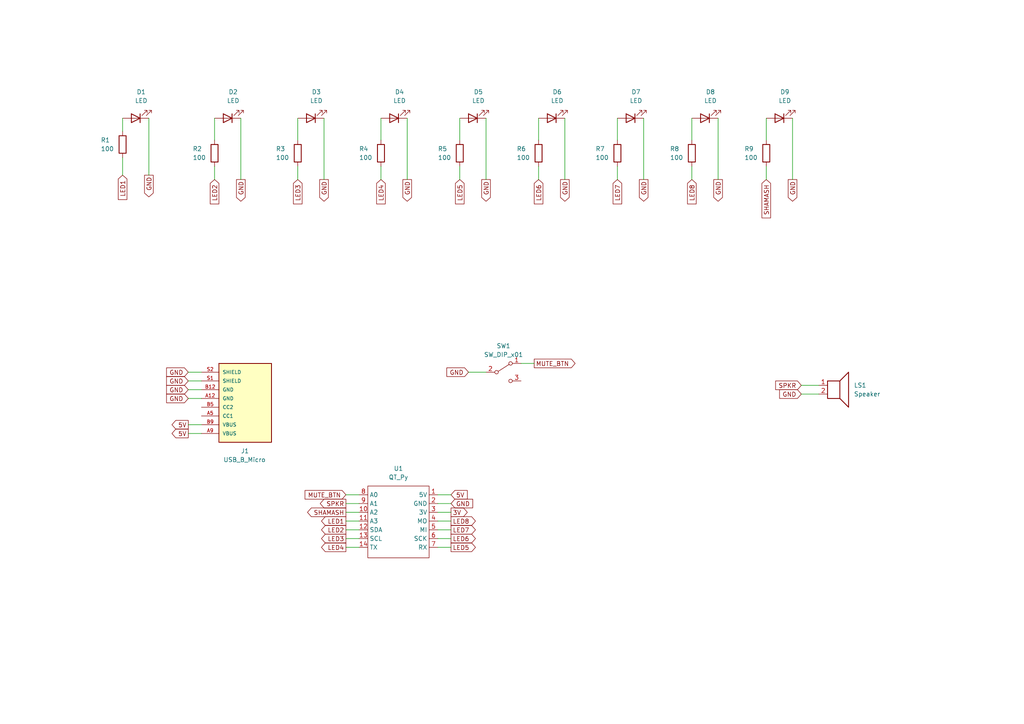
<source format=kicad_sch>
(kicad_sch (version 20211123) (generator eeschema)
  (paper "A4")
  (title_block (title "PCB, CircuitPythonukiah") (date "2022-10-13") (rev "1.0.0") (comment 1 "Licensed under CERN-OHL-S version 2") (comment 2 "Copyright Alec Delaney, 2022"))
  (lib_symbols
    (symbol "Adafruit:QT_Py"
      (property "Reference" "U" (at 0 11.43 0))
      (property "Value" "QT_Py" (at 0 -11.43 0))
      (symbol "QT_Py_0_1"
        (rectangle (start -10.16 8.89) (end 10.668 -8.89))
      )
      (symbol "QT_Py_1_1"
        (pin power_in line (at -7.62 11.43 270) (length 2.54) (name "5V") (number "1"))
        (pin bidirectional line (at -2.54 -11.43 90) (length 2.54) (name "A2") (number "10"))
        (pin bidirectional line (at 0 -11.43 90) (length 2.54) (name "A3") (number "11"))
        (pin bidirectional line (at 2.54 -11.43 90) (length 2.54) (name "SDA") (number "12"))
        (pin bidirectional line (at 5.08 -11.43 90) (length 2.54) (name "SCL") (number "13"))
        (pin bidirectional line (at 7.62 -11.43 90) (length 2.54) (name "TX") (number "14"))
        (pin power_in line (at -5.08 11.43 270) (length 2.54) (name "GND") (number "2"))
        (pin output line (at -2.54 11.43 270) (length 2.54) (name "3V") (number "3"))
        (pin bidirectional line (at 0 11.43 270) (length 2.54) (name "MO") (number "4"))
        (pin bidirectional line (at 2.54 11.43 270) (length 2.54) (name "MI") (number "5"))
        (pin bidirectional line (at 5.08 11.43 270) (length 2.54) (name "SCK") (number "6"))
        (pin bidirectional line (at 7.62 11.43 270) (length 2.54) (name "RX") (number "7"))
        (pin bidirectional line (at -7.62 -11.43 90) (length 2.54) (name "A0") (number "8"))
        (pin bidirectional line (at -5.08 -11.43 90) (length 2.54) (name "A1") (number "9"))
      )
    )
    (symbol "CUI Devices:UJC-VP-3-SMT-TR" (pin_names (offset 1.016))
      (property "Reference" "J1" (at 13.97 3.81 0))
      (property "Value" "USB_B_Micro" (at 5.08 16.51 0))
      (symbol "UJC-VP-3-SMT-TR_0_0"
        (rectangle (start -7.62 -12.7) (end 7.62 10.16) (stroke (width 0.254)) (fill (type background)))
        (pin power_in line (at 12.7 -2.54 180) (length 5.08) (name "GND") (number "A12"))
        (pin passive line (at 12.7 2.54 180) (length 5.08) (name "CC1") (number "A5"))
        (pin power_in line (at 12.7 7.62 180) (length 5.08) (name "VBUS") (number "A9"))
        (pin power_in line (at 12.7 -5.08 180) (length 5.08) (name "GND") (number "B12"))
        (pin passive line (at 12.7 0 180) (length 5.08) (name "CC2") (number "B5"))
        (pin power_in line (at 12.7 5.08 180) (length 5.08) (name "VBUS") (number "B9"))
        (pin passive line (at 12.7 -7.62 180) (length 5.08) (name "SHIELD") (number "S1"))
        (pin passive line (at 12.7 -10.16 180) (length 5.08) (name "SHIELD") (number "S2"))
      )
    )
    (symbol "Device:LED" (pin_numbers hide) (pin_names (offset 1.016) hide)
      (property "Reference" "D" (at 0 2.54 0))
      (property "Value" "LED" (at 0 -2.54 0))
      (symbol "LED_0_1"
        (polyline (pts (xy -1.27 -1.27) (xy -1.27 1.27)) (stroke (width 0.254)))
        (polyline (pts (xy -1.27 0) (xy 1.27 0)))
        (polyline (pts (xy 1.27 -1.27) (xy 1.27 1.27) (xy -1.27 0) (xy 1.27 -1.27)) (stroke (width 0.254)))
        (polyline (pts (xy -3.048 -0.762) (xy -4.572 -2.286) (xy -3.81 -2.286) (xy -4.572 -2.286) (xy -4.572 -1.524)))
        (polyline (pts (xy -1.778 -0.762) (xy -3.302 -2.286) (xy -2.54 -2.286) (xy -3.302 -2.286) (xy -3.302 -1.524)))
      )
      (symbol "LED_1_1"
        (pin passive line (at -3.81 0 0) (length 2.54) (name "K") (number "1"))
        (pin passive line (at 3.81 0 180) (length 2.54) (name "A") (number "2"))
      )
    )
    (symbol "Device:R" (pin_numbers hide) (pin_names (offset 0))
      (property "Reference" "R" (at 2.032 0 90))
      (property "Value" "R" (at 0 0 90))
      (symbol "R_0_1"
        (rectangle (start -1.016 -2.54) (end 1.016 2.54) (stroke (width 0.254)))
      )
      (symbol "R_1_1"
        (pin passive line (at 0 3.81 270) (length 1.27) (name "~") (number "1"))
        (pin passive line (at 0 -3.81 90) (length 1.27) (name "~") (number "2"))
      )
    )
    (symbol "Device:Speaker" (pin_names (offset 0) hide)
      (property "Reference" "LS" (at 1.27 5.715 0))
      (property "Value" "Speaker" (at 1.27 3.81 0))
      (symbol "Speaker_0_0"
        (rectangle (start -2.54 1.27) (end 1.016 -3.81) (stroke (width 0.254)))
        (polyline (pts (xy 1.016 1.27) (xy 3.556 3.81) (xy 3.556 -6.35) (xy 1.016 -3.81)) (stroke (width 0.254)))
      )
      (symbol "Speaker_1_1"
        (pin input line (at -5.08 0 0) (length 2.54) (name "1") (number "1"))
        (pin input line (at -5.08 -2.54 0) (length 2.54) (name "2") (number "2"))
      )
    )
    (symbol "Switch:SW_SPDT" (pin_names (offset 0) hide)
      (property "Reference" "SW" (at 0 4.318 0))
      (property "Value" "SW_SPDT" (at 0 -5.08 0))
      (symbol "SW_SPDT_0_0"
        (circle (center -2.032 0) (radius 0.508))
        (circle (center 2.032 -2.54) (radius 0.508))
      )
      (symbol "SW_SPDT_0_1"
        (polyline (pts (xy -1.524 0.254) (xy 1.651 2.286)))
        (circle (center 2.032 2.54) (radius 0.508))
      )
      (symbol "SW_SPDT_1_1"
        (pin passive line (at 5.08 2.54 180) (length 2.54) (name "A") (number "1"))
        (pin passive line (at -5.08 0 0) (length 2.54) (name "B") (number "2"))
        (pin passive line (at 5.08 -2.54 180) (length 2.54) (name "C") (number "3"))
      )
    )
  )
  (wire (pts (xy 127 151.13) (xy 130.81 151.13)))
  (wire (pts (xy 156.21 52.07) (xy 156.21 48.26)))
  (wire (pts (xy 100.33 156.21) (xy 104.14 156.21)))
  (wire (pts (xy 100.33 158.75) (xy 104.14 158.75)))
  (wire (pts (xy 54.61 110.49) (xy 58.42 110.49)))
  (wire (pts (xy 86.36 34.29) (xy 86.36 40.64)))
  (wire (pts (xy 179.07 34.29) (xy 179.07 40.64)))
  (wire (pts (xy 179.07 48.26) (xy 179.07 52.07)))
  (wire (pts (xy 118.11 34.29) (xy 118.11 52.07)))
  (wire (pts (xy 54.61 115.57) (xy 58.42 115.57)))
  (wire (pts (xy 200.66 34.29) (xy 200.66 40.64)))
  (wire (pts (xy 100.33 146.05) (xy 104.14 146.05)))
  (wire (pts (xy 186.69 34.29) (xy 186.69 52.07)))
  (wire (pts (xy 163.83 34.29) (xy 163.83 52.07)))
  (wire (pts (xy 232.41 111.76) (xy 237.49 111.76)))
  (wire (pts (xy 54.61 125.73) (xy 58.42 125.73)))
  (wire (pts (xy 43.18 34.29) (xy 43.18 50.8)))
  (wire (pts (xy 127 153.67) (xy 130.81 153.67)))
  (wire (pts (xy 100.33 143.51) (xy 104.14 143.51)))
  (wire (pts (xy 133.35 34.29) (xy 133.35 40.64)))
  (wire (pts (xy 62.23 52.07) (xy 62.23 48.26)))
  (wire (pts (xy 130.81 148.59) (xy 127 148.59)))
  (wire (pts (xy 127 158.75) (xy 130.81 158.75)))
  (wire (pts (xy 100.33 151.13) (xy 104.14 151.13)))
  (wire (pts (xy 35.56 34.29) (xy 35.56 38.1)))
  (wire (pts (xy 135.89 107.95) (xy 140.97 107.95)))
  (wire (pts (xy 222.25 52.07) (xy 222.25 48.26)))
  (wire (pts (xy 54.61 123.19) (xy 58.42 123.19)))
  (wire (pts (xy 110.49 34.29) (xy 110.49 40.64)))
  (wire (pts (xy 140.97 34.29) (xy 140.97 52.07)))
  (wire (pts (xy 110.49 52.07) (xy 110.49 48.26)))
  (wire (pts (xy 69.85 34.29) (xy 69.85 52.07)))
  (wire (pts (xy 208.28 34.29) (xy 208.28 52.07)))
  (wire (pts (xy 86.36 52.07) (xy 86.36 48.26)))
  (wire (pts (xy 232.41 114.3) (xy 237.49 114.3)))
  (wire (pts (xy 54.61 113.03) (xy 58.42 113.03)))
  (wire (pts (xy 100.33 148.59) (xy 104.14 148.59)))
  (wire (pts (xy 93.98 34.29) (xy 93.98 52.07)))
  (wire (pts (xy 156.21 34.29) (xy 156.21 40.64)))
  (wire (pts (xy 154.94 105.41) (xy 151.13 105.41)))
  (wire (pts (xy 222.25 34.29) (xy 222.25 40.64)))
  (wire (pts (xy 133.35 52.07) (xy 133.35 48.26)))
  (wire (pts (xy 229.87 34.29) (xy 229.87 52.07)))
  (wire (pts (xy 130.81 143.51) (xy 127 143.51)))
  (wire (pts (xy 100.33 153.67) (xy 104.14 153.67)))
  (wire (pts (xy 127 156.21) (xy 130.81 156.21)))
  (wire (pts (xy 35.56 45.72) (xy 35.56 50.8)))
  (wire (pts (xy 200.66 52.07) (xy 200.66 48.26)))
  (wire (pts (xy 54.61 107.95) (xy 58.42 107.95)))
  (wire (pts (xy 62.23 34.29) (xy 62.23 40.64)))
  (wire (pts (xy 130.81 146.05) (xy 127 146.05)))
  (global_label "GND" (shape output) (at 69.85 52.07 270) (property "Intersheet References" "${INTERSHEET_REFS}" (effects hide)))
  (global_label "GND" (shape output) (at 43.18 50.8 270) (property "Intersheet References" "${INTERSHEET_REFS}" (effects hide)))
  (global_label "GND" (shape output) (at 93.98 52.07 270) (property "Intersheet References" "${INTERSHEET_REFS}" (effects hide)))
  (global_label "GND" (shape input) (at 130.81 146.05 0) (property "Intersheet References" "${INTERSHEET_REFS}" (effects hide)))
  (global_label "GND" (shape input) (at 54.61 113.03 180) (property "Intersheet References" "${INTERSHEET_REFS}" (effects hide)))
  (global_label "3V" (shape output) (at 130.81 148.59 0) (property "Intersheet References" "${INTERSHEET_REFS}" (effects hide)))
  (global_label "GND" (shape input) (at 54.61 110.49 180) (property "Intersheet References" "${INTERSHEET_REFS}" (effects hide)))
  (global_label "MUTE_BTN" (shape input) (at 100.33 143.51 180) (property "Intersheet References" "${INTERSHEET_REFS}" (effects hide)))
  (global_label "GND" (shape input) (at 54.61 115.57 180) (property "Intersheet References" "${INTERSHEET_REFS}" (effects hide)))
  (global_label "LED3" (shape output) (at 100.33 156.21 180) (property "Intersheet References" "${INTERSHEET_REFS}" (effects hide)))
  (global_label "LED8" (shape input) (at 200.66 52.07 270) (property "Intersheet References" "${INTERSHEET_REFS}" (effects hide)))
  (global_label "SPKR" (shape output) (at 100.33 146.05 180) (property "Intersheet References" "${INTERSHEET_REFS}" (effects hide)))
  (global_label "SHAMASH" (shape output) (at 100.33 148.59 180) (property "Intersheet References" "${INTERSHEET_REFS}" (effects hide)))
  (global_label "LED7" (shape input) (at 179.07 52.07 270) (property "Intersheet References" "${INTERSHEET_REFS}" (effects hide)))
  (global_label "5V" (shape output) (at 54.61 125.73 180) (property "Intersheet References" "${INTERSHEET_REFS}" (effects hide)))
  (global_label "LED6" (shape input) (at 156.21 52.07 270) (property "Intersheet References" "${INTERSHEET_REFS}" (effects hide)))
  (global_label "LED1" (shape output) (at 100.33 151.13 180) (property "Intersheet References" "${INTERSHEET_REFS}" (effects hide)))
  (global_label "LED4" (shape input) (at 110.49 52.07 270) (property "Intersheet References" "${INTERSHEET_REFS}" (effects hide)))
  (global_label "LED7" (shape output) (at 130.81 153.67 0) (property "Intersheet References" "${INTERSHEET_REFS}" (effects hide)))
  (global_label "GND" (shape input) (at 54.61 107.95 180) (property "Intersheet References" "${INTERSHEET_REFS}" (effects hide)))
  (global_label "SHAMASH" (shape input) (at 222.25 52.07 270) (property "Intersheet References" "${INTERSHEET_REFS}" (effects hide)))
  (global_label "LED1" (shape input) (at 35.56 50.8 270) (property "Intersheet References" "${INTERSHEET_REFS}" (effects hide)))
  (global_label "LED5" (shape input) (at 133.35 52.07 270) (property "Intersheet References" "${INTERSHEET_REFS}" (effects hide)))
  (global_label "5V" (shape output) (at 54.61 123.19 180) (property "Intersheet References" "${INTERSHEET_REFS}" (effects hide)))
  (global_label "LED6" (shape output) (at 130.81 156.21 0) (property "Intersheet References" "${INTERSHEET_REFS}" (effects hide)))
  (global_label "LED3" (shape input) (at 86.36 52.07 270) (property "Intersheet References" "${INTERSHEET_REFS}" (effects hide)))
  (global_label "MUTE_BTN" (shape output) (at 154.94 105.41 0) (property "Intersheet References" "${INTERSHEET_REFS}" (effects hide)))
  (global_label "GND" (shape output) (at 118.11 52.07 270) (property "Intersheet References" "${INTERSHEET_REFS}" (effects hide)))
  (global_label "LED2" (shape input) (at 62.23 52.07 270) (property "Intersheet References" "${INTERSHEET_REFS}" (effects hide)))
  (global_label "GND" (shape output) (at 208.28 52.07 270) (property "Intersheet References" "${INTERSHEET_REFS}" (effects hide)))
  (global_label "LED5" (shape output) (at 130.81 158.75 0) (property "Intersheet References" "${INTERSHEET_REFS}" (effects hide)))
  (global_label "5V" (shape input) (at 130.81 143.51 0) (property "Intersheet References" "${INTERSHEET_REFS}" (effects hide)))
  (global_label "LED8" (shape output) (at 130.81 151.13 0) (property "Intersheet References" "${INTERSHEET_REFS}" (effects hide)))
  (global_label "GND" (shape output) (at 186.69 52.07 270) (property "Intersheet References" "${INTERSHEET_REFS}" (effects hide)))
  (global_label "LED2" (shape output) (at 100.33 153.67 180) (property "Intersheet References" "${INTERSHEET_REFS}" (effects hide)))
  (global_label "LED4" (shape output) (at 100.33 158.75 180) (property "Intersheet References" "${INTERSHEET_REFS}" (effects hide)))
  (global_label "GND" (shape input) (at 135.89 107.95 180) (property "Intersheet References" "${INTERSHEET_REFS}" (effects hide)))
  (global_label "GND" (shape input) (at 232.41 114.3 180) (property "Intersheet References" "${INTERSHEET_REFS}" (effects hide)))
  (global_label "GND" (shape output) (at 163.83 52.07 270) (property "Intersheet References" "${INTERSHEET_REFS}" (effects hide)))
  (global_label "GND" (shape output) (at 140.97 52.07 270) (property "Intersheet References" "${INTERSHEET_REFS}" (effects hide)))
  (global_label "SPKR" (shape input) (at 232.41 111.76 180) (property "Intersheet References" "${INTERSHEET_REFS}" (effects hide)))
  (global_label "GND" (shape output) (at 229.87 52.07 270) (property "Intersheet References" "${INTERSHEET_REFS}" (effects hide)))
  (symbol (lib_id "Device:R") (at 156.21 44.45 0) (unit 1)
    (property "Reference" "R6" (at 149.86 43.18 0) (effects (justify left)))
    (property "Value" "100" (at 149.86 45.72 0) (effects (justify left)))
    (property "Footprint" "Resistor_THT:R_Axial_DIN0207_L6.3mm_D2.5mm_P7.62mm_Horizontal" (effects hide))
  )
  (symbol (lib_id "Device:LED") (at 160.02 34.29 180) (unit 1)
    (property "Reference" "D6" (at 161.6075 26.67 0))
    (property "Value" "LED" (at 161.6075 29.21 0))
    (property "Footprint" "LED_THT:LED_D5.0mm_Horizontal_O6.35mm_Z3.0mm" (effects hide))
  )
  (symbol (lib_id "Device:R") (at 179.07 44.45 0) (unit 1)
    (property "Reference" "R7" (at 172.72 43.18 0) (effects (justify left)))
    (property "Value" "100" (at 172.72 45.72 0) (effects (justify left)))
    (property "Footprint" "Resistor_THT:R_Axial_DIN0207_L6.3mm_D2.5mm_P7.62mm_Horizontal" (effects hide))
  )
  (symbol (lib_id "Device:R") (at 222.25 44.45 0) (unit 1)
    (property "Reference" "R9" (at 215.9 43.18 0) (effects (justify left)))
    (property "Value" "100" (at 215.9 45.72 0) (effects (justify left)))
    (property "Footprint" "Resistor_THT:R_Axial_DIN0207_L6.3mm_D2.5mm_P7.62mm_Horizontal" (effects hide))
  )
  (symbol (lib_id "Device:LED") (at 39.37 34.29 180) (unit 1)
    (property "Reference" "D1" (at 40.9575 26.67 0))
    (property "Value" "LED" (at 40.9575 29.21 0))
    (property "Footprint" "LED_THT:LED_D5.0mm_Horizontal_O6.35mm_Z3.0mm" (effects hide))
  )
  (symbol (lib_id "Device:R") (at 62.23 44.45 0) (unit 1)
    (property "Reference" "R2" (at 55.88 43.18 0) (effects (justify left)))
    (property "Value" "100" (at 55.88 45.72 0) (effects (justify left)))
    (property "Footprint" "Resistor_THT:R_Axial_DIN0207_L6.3mm_D2.5mm_P7.62mm_Horizontal" (effects hide))
  )
  (symbol (lib_id "Device:R") (at 35.56 41.91 0) (unit 1)
    (property "Reference" "R1" (at 29.21 40.64 0) (effects (justify left)))
    (property "Value" "100" (at 29.21 43.18 0) (effects (justify left)))
    (property "Footprint" "Resistor_THT:R_Axial_DIN0207_L6.3mm_D2.5mm_P7.62mm_Horizontal" (effects hide))
  )
  (symbol (lib_id "Switch:SW_SPDT") (at 146.05 107.95 0) (unit 1)
    (property "Reference" "SW1" (at 146.05 100.33 0))
    (property "Value" "SW_DIP_x01" (at 146.05 102.87 0))
    (property "Footprint" "E-Switch:EG1218" (effects hide))
    (property "MANUFACTURER" "CW Industries" (effects hide))
    (property "PARTREV" "May 20, 2003" (effects hide))
    (property "STANDARD" "Manufacturer Recommendations" (effects hide))
    (property "MAXIMUM_PACKAGE_HIEGHT" "14.96 mm" (effects hide))
  )
  (symbol (lib_id "Device:LED") (at 226.06 34.29 180) (unit 1)
    (property "Reference" "D9" (at 227.6475 26.67 0))
    (property "Value" "LED" (at 227.6475 29.21 0))
    (property "Footprint" "LED_THT:LED_D5.0mm_Horizontal_O6.35mm_Z3.0mm" (effects hide))
  )
  (symbol (lib_id "CUI Devices:UJC-VP-3-SMT-TR") (at 71.12 118.11 180) (unit 1)
    (property "Reference" "J1" (at 69.85 130.81 0) (effects (justify right)))
    (property "Value" "USB_B_Micro" (at 64.77 133.35 0) (effects (justify right)))
    (property "Footprint" "CUI Devices:CUI_UJC-VP-3-SMT-TR" (effects hide))
    (property "STANDARD" "Manufacturer Recommendations" (effects hide))
    (property "MAXIMUM_PACKAGE_HEIGHT" "6.5mm" (effects hide))
    (property "MANUFACTURER" "CUI Devices" (effects hide))
    (property "PARTREV" "1.0" (effects hide))
  )
  (symbol (lib_id "Device:LED") (at 114.3 34.29 180) (unit 1)
    (property "Reference" "D4" (at 115.8875 26.67 0))
    (property "Value" "LED" (at 115.8875 29.21 0))
    (property "Footprint" "LED_THT:LED_D5.0mm_Horizontal_O6.35mm_Z3.0mm" (effects hide))
  )
  (symbol (lib_id "Device:R") (at 86.36 44.45 0) (unit 1)
    (property "Reference" "R3" (at 80.01 43.18 0) (effects (justify left)))
    (property "Value" "100" (at 80.01 45.72 0) (effects (justify left)))
    (property "Footprint" "Resistor_THT:R_Axial_DIN0207_L6.3mm_D2.5mm_P7.62mm_Horizontal" (effects hide))
  )
  (symbol (lib_id "Device:LED") (at 182.88 34.29 180) (unit 1)
    (property "Reference" "D7" (at 184.4675 26.67 0))
    (property "Value" "LED" (at 184.4675 29.21 0))
    (property "Footprint" "LED_THT:LED_D5.0mm_Horizontal_O6.35mm_Z3.0mm" (effects hide))
  )
  (symbol (lib_id "Adafruit:QT_Py") (at 115.57 151.13 270) (unit 1)
    (property "Reference" "U1" (at 115.57 135.89 90))
    (property "Value" "QT_Py" (at 115.57 138.43 90))
    (property "Footprint" "Adafruit:QT Py" (effects hide))
  )
  (symbol (lib_id "Device:R") (at 200.66 44.45 0) (unit 1)
    (property "Reference" "R8" (at 194.31 43.18 0) (effects (justify left)))
    (property "Value" "100" (at 194.31 45.72 0) (effects (justify left)))
    (property "Footprint" "Resistor_THT:R_Axial_DIN0207_L6.3mm_D2.5mm_P7.62mm_Horizontal" (effects hide))
  )
  (symbol (lib_id "Device:Speaker") (at 242.57 111.76 0) (unit 1)
    (property "Reference" "LS1" (at 247.65 111.7599 0) (effects (justify left)))
    (property "Value" "Speaker" (at 247.65 114.2999 0) (effects (justify left)))
    (property "Footprint" "Adafruit:Piezo Buzzer" (effects hide))
  )
  (symbol (lib_id "Device:LED") (at 66.04 34.29 180) (unit 1)
    (property "Reference" "D2" (at 67.6275 26.67 0))
    (property "Value" "LED" (at 67.6275 29.21 0))
    (property "Footprint" "LED_THT:LED_D5.0mm_Horizontal_O6.35mm_Z3.0mm" (effects hide))
  )
  (symbol (lib_id "Device:LED") (at 137.16 34.29 180) (unit 1)
    (property "Reference" "D5" (at 138.7475 26.67 0))
    (property "Value" "LED" (at 138.7475 29.21 0))
    (property "Footprint" "LED_THT:LED_D5.0mm_Horizontal_O6.35mm_Z3.0mm" (effects hide))
  )
  (symbol (lib_id "Device:R") (at 110.49 44.45 0) (unit 1)
    (property "Reference" "R4" (at 104.14 43.18 0) (effects (justify left)))
    (property "Value" "100" (at 104.14 45.72 0) (effects (justify left)))
    (property "Footprint" "Resistor_THT:R_Axial_DIN0207_L6.3mm_D2.5mm_P7.62mm_Horizontal" (effects hide))
  )
  (symbol (lib_id "Device:R") (at 133.35 44.45 0) (unit 1)
    (property "Reference" "R5" (at 127 43.18 0) (effects (justify left)))
    (property "Value" "100" (at 127 45.72 0) (effects (justify left)))
    (property "Footprint" "Resistor_THT:R_Axial_DIN0207_L6.3mm_D2.5mm_P7.62mm_Horizontal" (effects hide))
  )
  (symbol (lib_id "Device:LED") (at 90.17 34.29 180) (unit 1)
    (property "Reference" "D3" (at 91.7575 26.67 0))
    (property "Value" "LED" (at 91.7575 29.21 0))
    (property "Footprint" "LED_THT:LED_D5.0mm_Horizontal_O6.35mm_Z3.0mm" (effects hide))
  )
  (symbol (lib_id "Device:LED") (at 204.47 34.29 180) (unit 1)
    (property "Reference" "D8" (at 206.0575 26.67 0))
    (property "Value" "LED" (at 206.0575 29.21 0))
    (property "Footprint" "LED_THT:LED_D5.0mm_Horizontal_O6.35mm_Z3.0mm" (effects hide))
  )
)
</source>
